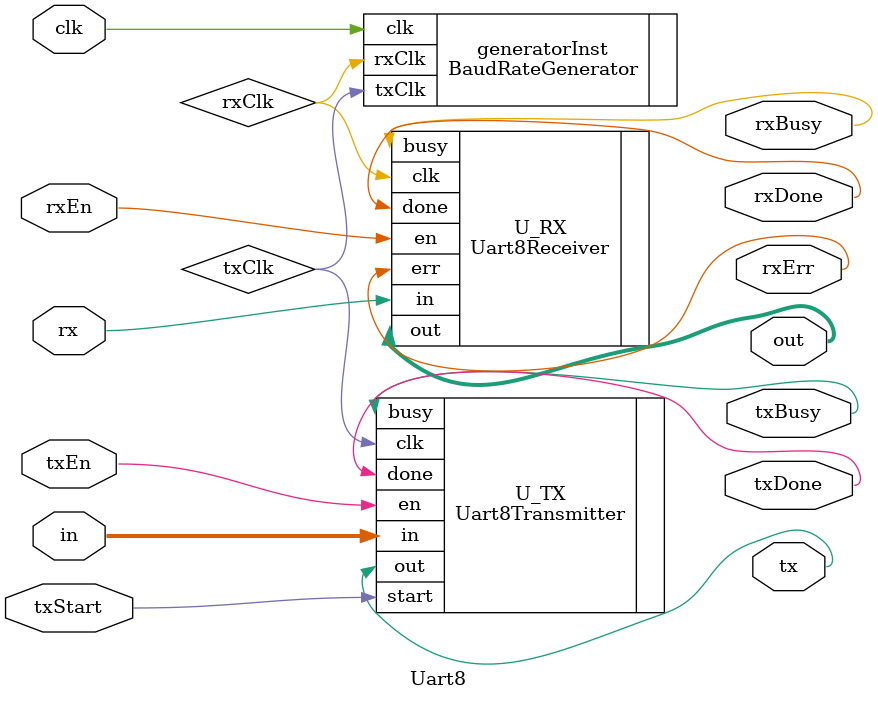
<source format=v>
/*
 * Simple 8-bit UART realization.
 * Combine receiver, transmitter and baud rate generator.
 * Able to operate 8 bits of serial data, one start bit, one stop bit.
 */
module Uart8  #(
    parameter CLOCK_RATE = 100000000, // board internal clock
    parameter BAUD_RATE = 9600
)(
    input wire clk,

    // rx interface
    input wire rx,
    input wire rxEn,
    output wire [7:0] out,
    output wire rxDone,
    output wire rxBusy,
    output wire rxErr,

    // tx interface
    output wire tx,
    input wire txEn,
    input wire txStart,
    input wire [7:0] in,
    output wire txDone,
    output wire txBusy
);
wire rxClk;
wire txClk;

BaudRateGenerator #(
    .CLOCK_RATE(CLOCK_RATE),
    .BAUD_RATE(BAUD_RATE)
) generatorInst (
    .clk(clk),
    .rxClk(rxClk),
    .txClk(txClk)
);

Uart8Receiver U_RX (
    .clk(rxClk),
    .en(rxEn),
    .in(rx),
    .out(out),
    .done(rxDone),
    .busy(rxBusy),
    .err(rxErr)
);

Uart8Transmitter U_TX (
    .clk(txClk),
    .en(txEn),
    .start(txStart),
    .in(in),
    .out(tx),
    .done(txDone),
    .busy(txBusy)
);

endmodule

</source>
